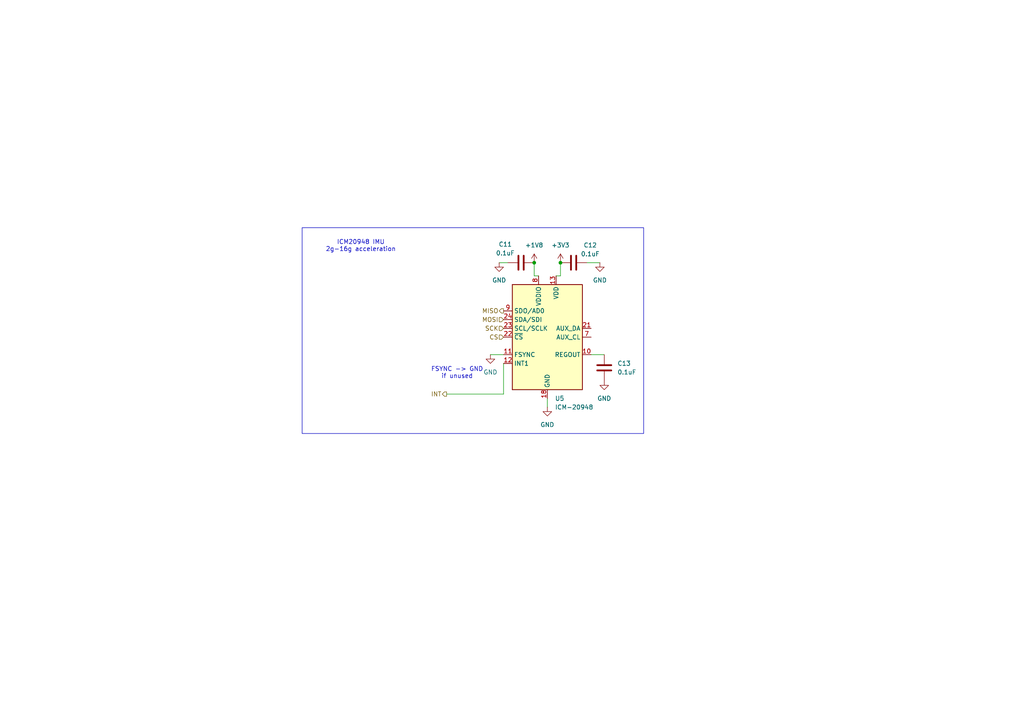
<source format=kicad_sch>
(kicad_sch (version 20231120) (generator "eeschema") (generator_version "8.0")
  (paper "A4")
  (lib_symbols
    (symbol "Device:C" (pin_numbers hide) (pin_names (offset 0.254))
      (property "Reference" "C" (at 0.635 2.54 0))
      (property "Value" "C" (at 0.635 -2.54 0))
      (symbol "C_0_1"
        (polyline (pts (xy -2.032 -0.762) (xy 2.032 -0.762)) (stroke (width 0.508)))
        (polyline (pts (xy -2.032 0.762) (xy 2.032 0.762)) (stroke (width 0.508)))
      )
      (symbol "C_1_1"
        (pin passive line (at 0 3.81 270) (length 2.794) (name "~") (number "1"))
        (pin passive line (at 0 -3.81 90) (length 2.794) (name "~") (number "2"))
      )
    )
    (symbol "Sensor_Motion:ICM-20948"
      (property "Reference" "U" (at -11.43 16.51 0))
      (property "Value" "ICM-20948" (at 7.62 -16.51 0))
      (symbol "ICM-20948_0_1"
        (rectangle (start -10.16 15.24) (end 10.16 -15.24) (stroke (width 0.254)) (fill (type background)))
      )
      (symbol "ICM-20948_1_1"
        (pin no_connect line (at -10.16 12.7 0) (length 2.54) hide (name "NC") (number "1"))
        (pin passive line (at 12.7 -5.08 180) (length 2.54) (name "REGOUT") (number "10"))
        (pin input line (at -12.7 -5.08 0) (length 2.54) (name "FSYNC") (number "11"))
        (pin output line (at -12.7 -7.62 0) (length 2.54) (name "INT1") (number "12"))
        (pin power_in line (at 2.54 17.78 270) (length 2.54) (name "VDD") (number "13"))
        (pin no_connect line (at 10.16 7.62 180) (length 2.54) hide (name "NC") (number "14"))
        (pin no_connect line (at 10.16 5.08 180) (length 2.54) hide (name "NC") (number "15"))
        (pin no_connect line (at 10.16 -7.62 180) (length 2.54) hide (name "NC") (number "16"))
        (pin no_connect line (at 10.16 -10.16 180) (length 2.54) hide (name "NC") (number "17"))
        (pin power_in line (at 0 -17.78 90) (length 2.54) (name "GND") (number "18"))
        (pin no_connect line (at 10.16 -12.7 180) (length 2.54) hide (name "RESV") (number "19"))
        (pin no_connect line (at -10.16 10.16 0) (length 2.54) hide (name "NC") (number "2"))
        (pin passive line (at 0 -17.78 90) (length 2.54) hide (name "GND") (number "20"))
        (pin bidirectional line (at 12.7 2.54 180) (length 2.54) (name "AUX_DA") (number "21"))
        (pin input line (at -12.7 0 0) (length 2.54) (name "~{CS}") (number "22"))
        (pin input line (at -12.7 2.54 0) (length 2.54) (name "SCL/SCLK") (number "23"))
        (pin bidirectional line (at -12.7 5.08 0) (length 2.54) (name "SDA/SDI") (number "24"))
        (pin no_connect line (at -10.16 -2.54 0) (length 2.54) hide (name "NC") (number "3"))
        (pin no_connect line (at -10.16 -10.16 0) (length 2.54) hide (name "NC") (number "4"))
        (pin no_connect line (at -10.16 -12.7 0) (length 2.54) hide (name "NC") (number "5"))
        (pin no_connect line (at 10.16 10.16 180) (length 2.54) hide (name "NC") (number "6"))
        (pin output line (at 12.7 0 180) (length 2.54) (name "AUX_CL") (number "7"))
        (pin power_in line (at -2.54 17.78 270) (length 2.54) (name "VDDIO") (number "8"))
        (pin bidirectional line (at -12.7 7.62 0) (length 2.54) (name "SDO/AD0") (number "9"))
      )
    )
    (symbol "power:+1V8" (power) (pin_numbers hide) (pin_names (offset 0) hide)
      (property "Value" "+1V8" (at 0 3.556 0))
      (symbol "+1V8_0_1"
        (polyline (pts (xy -0.762 1.27) (xy 0 2.54)))
        (polyline (pts (xy 0 0) (xy 0 2.54)))
        (polyline (pts (xy 0 2.54) (xy 0.762 1.27)))
      )
      (symbol "+1V8_1_1"
        (pin power_in line (at 0 0 90) (length 0) (name "~") (number "1"))
      )
    )
    (symbol "power:+3V3" (power) (pin_numbers hide) (pin_names (offset 0) hide)
      (property "Value" "+3V3" (at 0 3.556 0))
      (symbol "+3V3_0_1"
        (polyline (pts (xy -0.762 1.27) (xy 0 2.54)))
        (polyline (pts (xy 0 0) (xy 0 2.54)))
        (polyline (pts (xy 0 2.54) (xy 0.762 1.27)))
      )
      (symbol "+3V3_1_1"
        (pin power_in line (at 0 0 90) (length 0) (name "~") (number "1"))
      )
    )
    (symbol "power:GND" (power) (pin_numbers hide) (pin_names (offset 0) hide)
      (property "Value" "GND" (at 0 -3.81 0))
      (symbol "GND_0_1"
        (polyline (pts (xy 0 0) (xy 0 -1.27) (xy 1.27 -1.27) (xy 0 -2.54) (xy -1.27 -1.27) (xy 0 -1.27)))
      )
      (symbol "GND_1_1"
        (pin power_in line (at 0 0 270) (length 0) (name "~") (number "1"))
      )
    )
  )
  (junction (at 162.56 76.2))
  (junction (at 154.94 76.2))
  (wire (pts (xy 146.05 114.3) (xy 146.05 105.41)))
  (wire (pts (xy 162.56 80.01) (xy 161.29 80.01)))
  (wire (pts (xy 158.75 118.11) (xy 158.75 115.57)))
  (wire (pts (xy 154.94 80.01) (xy 156.21 80.01)))
  (wire (pts (xy 170.18 76.2) (xy 173.99 76.2)))
  (wire (pts (xy 129.54 114.3) (xy 146.05 114.3)))
  (wire (pts (xy 142.24 102.87) (xy 146.05 102.87)))
  (wire (pts (xy 162.56 76.2) (xy 162.56 80.01)))
  (wire (pts (xy 154.94 76.2) (xy 154.94 80.01)))
  (wire (pts (xy 171.45 102.87) (xy 175.26 102.87)))
  (wire (pts (xy 144.78 76.2) (xy 147.32 76.2)))
  (rectangle (start 87.63 66.04) (end 186.69 125.73))
  (text "ICM20948 IMU\n2g-16g acceleration" (at 104.648 71.374 0) (effects (font (size 1.27 1.27))))
  (text "FSYNC -> GND\nif unused" (at 132.588 108.204 0) (effects (font (size 1.27 1.27))))
  (hierarchical_label "SCK" (shape input) (at 146.05 95.25 180))
  (hierarchical_label "MISO" (shape output) (at 146.05 90.17 180))
  (hierarchical_label "MOSI" (shape input) (at 146.05 92.71 180))
  (hierarchical_label "CS" (shape input) (at 146.05 97.79 180))
  (hierarchical_label "INT" (shape output) (at 129.54 114.3 180))
  (symbol (lib_id "power:GND") (at 144.78 76.2 0) (unit 1)
    (property "Reference" "#PWR029" (effects (hide yes)))
    (property "Value" "GND" (at 144.78 81.28 0))
    (property "Description" "Power symbol creates a global label with name \"GND\" , ground" (effects (hide yes)))
    (instances (project "Flight Computer V1" (path "" (reference "#PWR029") (unit 1))) (project "Flight Computer V1" (path "" (reference "#PWR023") (unit 1)) (path "" (reference "#PWR078") (unit 1))))
  )
  (symbol (lib_id "power:GND") (at 158.75 118.11 0) (unit 1)
    (property "Reference" "#PWR031" (effects (hide yes)))
    (property "Value" "GND" (at 158.75 123.19 0))
    (property "Description" "Power symbol creates a global label with name \"GND\" , ground" (effects (hide yes)))
    (instances (project "Flight Computer V1" (path "" (reference "#PWR031") (unit 1))) (project "Flight Computer V1" (path "" (reference "#PWR025") (unit 1)) (path "" (reference "#PWR080") (unit 1))))
  )
  (symbol (lib_id "power:GND") (at 175.26 110.49 0) (unit 1)
    (property "Reference" "#PWR034" (effects (hide yes)))
    (property "Value" "GND" (at 175.26 115.57 0))
    (property "Description" "Power symbol creates a global label with name \"GND\" , ground" (effects (hide yes)))
    (instances (project "Flight Computer V1" (path "" (reference "#PWR034") (unit 1))) (project "Flight Computer V1" (path "" (reference "#PWR028") (unit 1)) (path "" (reference "#PWR083") (unit 1))))
  )
  (symbol (lib_id "Device:C") (at 166.37 76.2 90) (unit 1)
    (property "Reference" "C12" (at 171.196 71.12 90))
    (property "Value" "0.1uF" (at 171.196 73.66 90))
    (property "Footprint" "Capacitor_SMD:C_0603_1608Metric" (effects (hide yes)))
    (property "Description" "Unpolarized capacitor" (effects (hide yes)))
  )
  (symbol (lib_id "Device:C") (at 151.13 76.2 90) (unit 1)
    (property "Reference" "C11" (at 146.558 70.866 90))
    (property "Value" "0.1uF" (at 146.558 73.406 90))
    (property "Footprint" "Capacitor_SMD:C_0603_1608Metric" (effects (hide yes)))
    (property "Description" "Unpolarized capacitor" (effects (hide yes)))
  )
  (symbol (lib_id "power:GND") (at 173.99 76.2 0) (unit 1)
    (property "Reference" "#PWR033" (effects (hide yes)))
    (property "Value" "GND" (at 173.99 81.28 0))
    (property "Description" "Power symbol creates a global label with name \"GND\" , ground" (effects (hide yes)))
    (instances (project "Flight Computer V1" (path "" (reference "#PWR033") (unit 1))) (project "Flight Computer V1" (path "" (reference "#PWR027") (unit 1)) (path "" (reference "#PWR082") (unit 1))))
  )
  (symbol (lib_id "power:GND") (at 142.24 102.87 0) (unit 1)
    (property "Reference" "#PWR028" (effects (hide yes)))
    (property "Value" "GND" (at 142.24 107.95 0))
    (property "Description" "Power symbol creates a global label with name \"GND\" , ground" (effects (hide yes)))
    (instances (project "Flight Computer V1" (path "" (reference "#PWR028") (unit 1))) (project "Flight Computer V1" (path "" (reference "#PWR022") (unit 1)) (path "" (reference "#PWR077") (unit 1))))
  )
  (symbol (lib_id "Sensor_Motion:ICM-20948") (at 158.75 97.79 0) (unit 1)
    (property "Reference" "U5" (at 160.9441 115.57 0) (effects (justify left)))
    (property "Value" "ICM-20948" (at 160.9441 118.11 0) (effects (justify left)))
    (property "Footprint" "Sensor_Motion:InvenSense_QFN-24_3x3mm_P0.4mm" (effects (hide yes)))
    (property "Datasheet" "http://www.invensense.com/wp-content/uploads/2016/06/DS-000189-ICM-20948-v1.3.pdf" (effects (hide yes)))
    (property "Description" "InvenSense 9-Axis Motion Sensor, Accelerometer, Gyroscope, Compass, I2C/SPI, QFN-24" (effects (hide yes)))
    (instances (project "Flight Computer V1" (path "" (reference "U5") (unit 1))) (project "Flight Computer V1" (path "" (reference "U4") (unit 1)) (path "" (reference "U12") (unit 1))))
  )
  (symbol (lib_id "power:+3V3") (at 162.56 76.2 0) (unit 1)
    (property "Reference" "#PWR032" (effects (hide yes)))
    (property "Value" "+3V3" (at 162.56 71.12 0))
    (property "Description" "Power symbol creates a global label with name \"+3V3\"" (effects (hide yes)))
    (instances (project "Flight Computer V1" (path "" (reference "#PWR032") (unit 1))) (project "Flight Computer V1" (path "" (reference "#PWR026") (unit 1)) (path "" (reference "#PWR081") (unit 1))))
  )
  (symbol (lib_id "Device:C") (at 175.26 106.68 0) (unit 1)
    (property "Reference" "C13" (at 179.07 105.4099 0) (effects (justify left)))
    (property "Value" "0.1uF" (at 179.07 107.9499 0) (effects (justify left)))
    (property "Footprint" "Capacitor_SMD:C_0603_1608Metric" (effects (hide yes)))
    (property "Description" "Unpolarized capacitor" (effects (hide yes)))
  )
  (symbol (lib_id "power:+1V8") (at 154.94 76.2 0) (unit 1)
    (property "Reference" "#PWR030" (effects (hide yes)))
    (property "Value" "+1V8" (at 154.94 71.12 0))
    (property "Description" "Power symbol creates a global label with name \"+1V8\"" (effects (hide yes)))
    (instances (project "Flight Computer V1" (path "" (reference "#PWR030") (unit 1))) (project "Flight Computer V1" (path "" (reference "#PWR024") (unit 1)) (path "" (reference "#PWR079") (unit 1))))
  )
)
</source>
